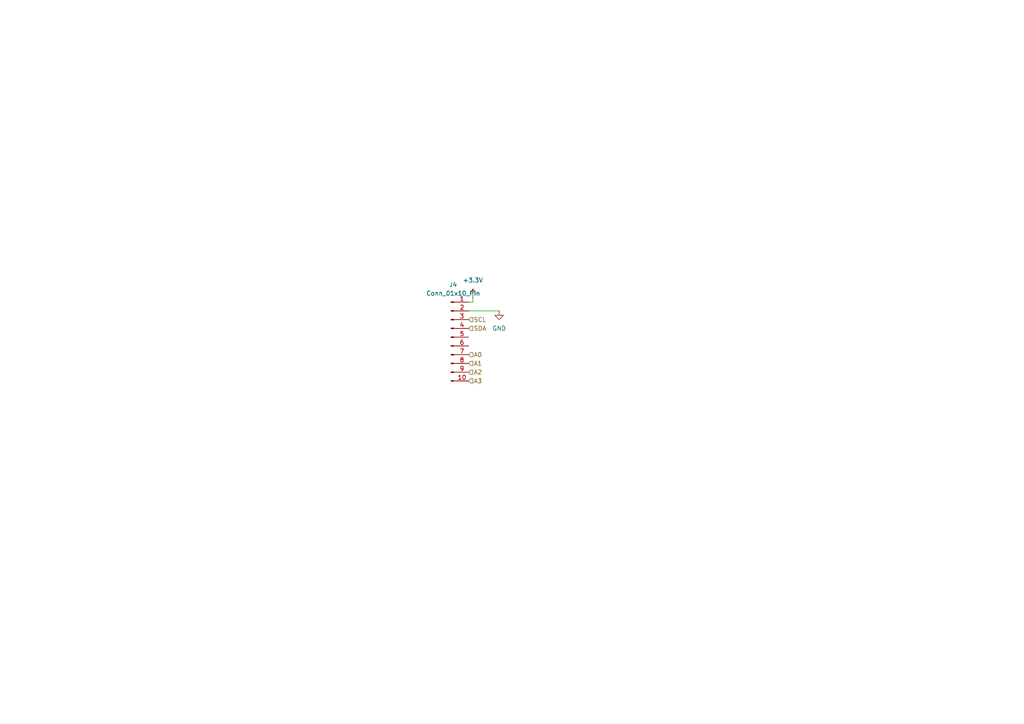
<source format=kicad_sch>
(kicad_sch (version 20231120) (generator "eeschema") (generator_version "8.0")
  (paper "A4")
  (lib_symbols
    (symbol "Connector:Conn_01x10_Pin" (pin_names (offset 1.016) hide)
      (property "Reference" "J" (at 0 12.7 0))
      (property "Value" "Conn_01x10_Pin" (at 0 -15.24 0))
      (symbol "Conn_01x10_Pin_1_1"
        (polyline (pts (xy 1.27 -12.7) (xy 0.8636 -12.7)) (stroke (width 0.1524)))
        (polyline (pts (xy 1.27 -10.16) (xy 0.8636 -10.16)) (stroke (width 0.1524)))
        (polyline (pts (xy 1.27 -7.62) (xy 0.8636 -7.62)) (stroke (width 0.1524)))
        (polyline (pts (xy 1.27 -5.08) (xy 0.8636 -5.08)) (stroke (width 0.1524)))
        (polyline (pts (xy 1.27 -2.54) (xy 0.8636 -2.54)) (stroke (width 0.1524)))
        (polyline (pts (xy 1.27 0) (xy 0.8636 0)) (stroke (width 0.1524)))
        (polyline (pts (xy 1.27 2.54) (xy 0.8636 2.54)) (stroke (width 0.1524)))
        (polyline (pts (xy 1.27 5.08) (xy 0.8636 5.08)) (stroke (width 0.1524)))
        (polyline (pts (xy 1.27 7.62) (xy 0.8636 7.62)) (stroke (width 0.1524)))
        (polyline (pts (xy 1.27 10.16) (xy 0.8636 10.16)) (stroke (width 0.1524)))
        (rectangle (start 0.8636 -12.573) (end 0 -12.827) (stroke (width 0.1524)) (fill (type outline)))
        (rectangle (start 0.8636 -10.033) (end 0 -10.287) (stroke (width 0.1524)) (fill (type outline)))
        (rectangle (start 0.8636 -7.493) (end 0 -7.747) (stroke (width 0.1524)) (fill (type outline)))
        (rectangle (start 0.8636 -4.953) (end 0 -5.207) (stroke (width 0.1524)) (fill (type outline)))
        (rectangle (start 0.8636 -2.413) (end 0 -2.667) (stroke (width 0.1524)) (fill (type outline)))
        (rectangle (start 0.8636 0.127) (end 0 -0.127) (stroke (width 0.1524)) (fill (type outline)))
        (rectangle (start 0.8636 2.667) (end 0 2.413) (stroke (width 0.1524)) (fill (type outline)))
        (rectangle (start 0.8636 5.207) (end 0 4.953) (stroke (width 0.1524)) (fill (type outline)))
        (rectangle (start 0.8636 7.747) (end 0 7.493) (stroke (width 0.1524)) (fill (type outline)))
        (rectangle (start 0.8636 10.287) (end 0 10.033) (stroke (width 0.1524)) (fill (type outline)))
        (pin passive line (at 5.08 10.16 180) (length 3.81) (name "Pin_1") (number "1"))
        (pin passive line (at 5.08 -12.7 180) (length 3.81) (name "Pin_10") (number "10"))
        (pin passive line (at 5.08 7.62 180) (length 3.81) (name "Pin_2") (number "2"))
        (pin passive line (at 5.08 5.08 180) (length 3.81) (name "Pin_3") (number "3"))
        (pin passive line (at 5.08 2.54 180) (length 3.81) (name "Pin_4") (number "4"))
        (pin passive line (at 5.08 0 180) (length 3.81) (name "Pin_5") (number "5"))
        (pin passive line (at 5.08 -2.54 180) (length 3.81) (name "Pin_6") (number "6"))
        (pin passive line (at 5.08 -5.08 180) (length 3.81) (name "Pin_7") (number "7"))
        (pin passive line (at 5.08 -7.62 180) (length 3.81) (name "Pin_8") (number "8"))
        (pin passive line (at 5.08 -10.16 180) (length 3.81) (name "Pin_9") (number "9"))
      )
    )
    (symbol "power:+3.3V" (power) (pin_numbers hide) (pin_names (offset 0) hide)
      (property "Value" "+3.3V" (at 0 3.556 0))
      (symbol "+3.3V_0_1"
        (polyline (pts (xy -0.762 1.27) (xy 0 2.54)))
        (polyline (pts (xy 0 0) (xy 0 2.54)))
        (polyline (pts (xy 0 2.54) (xy 0.762 1.27)))
      )
      (symbol "+3.3V_1_1"
        (pin power_in line (at 0 0 90) (length 0) (name "~") (number "1"))
      )
    )
    (symbol "power:GND" (power) (pin_numbers hide) (pin_names (offset 0) hide)
      (property "Value" "GND" (at 0 -3.81 0))
      (symbol "GND_0_1"
        (polyline (pts (xy 0 0) (xy 0 -1.27) (xy 1.27 -1.27) (xy 0 -2.54) (xy -1.27 -1.27) (xy 0 -1.27)))
      )
      (symbol "GND_1_1"
        (pin power_in line (at 0 0 270) (length 0) (name "~") (number "1"))
      )
    )
  )
  (wire (pts (xy 137.16 87.63) (xy 137.16 86.36)))
  (wire (pts (xy 135.89 90.17) (xy 144.78 90.17)))
  (wire (pts (xy 135.89 87.63) (xy 137.16 87.63)))
  (hierarchical_label "SCL" (shape input) (at 135.89 92.71 0))
  (hierarchical_label "A1" (shape input) (at 135.89 105.41 0))
  (hierarchical_label "A0" (shape input) (at 135.89 102.87 0))
  (hierarchical_label "A3" (shape input) (at 135.89 110.49 0))
  (hierarchical_label "A2" (shape input) (at 135.89 107.95 0))
  (hierarchical_label "SDA" (shape input) (at 135.89 95.25 0))
  (symbol (lib_id "power:+3.3V") (at 137.16 86.36 0) (unit 1)
    (property "Reference" "#PWR07" (effects (hide yes)))
    (property "Value" "+3.3V" (at 137.16 81.28 0))
    (property "Description" "Power symbol creates a global label with name \"+3.3V\"" (effects (hide yes)))
  )
  (symbol (lib_id "Connector:Conn_01x10_Pin") (at 130.81 97.79 0) (unit 1)
    (property "Reference" "J4" (at 131.445 82.55 0))
    (property "Value" "Conn_01x10_Pin" (at 131.445 85.09 0))
    (property "Footprint" "Connector_PinHeader_2.54mm:PinHeader_1x10_P2.54mm_Vertical" (effects (hide yes)))
    (property "Description" "Generic connector, single row, 01x10, script generated" (effects (hide yes)))
  )
  (symbol (lib_id "power:GND") (at 144.78 90.17 0) (unit 1)
    (property "Reference" "#PWR08" (effects (hide yes)))
    (property "Value" "GND" (at 144.78 95.25 0))
    (property "Description" "Power symbol creates a global label with name \"GND\" , ground" (effects (hide yes)))
  )
)
</source>
